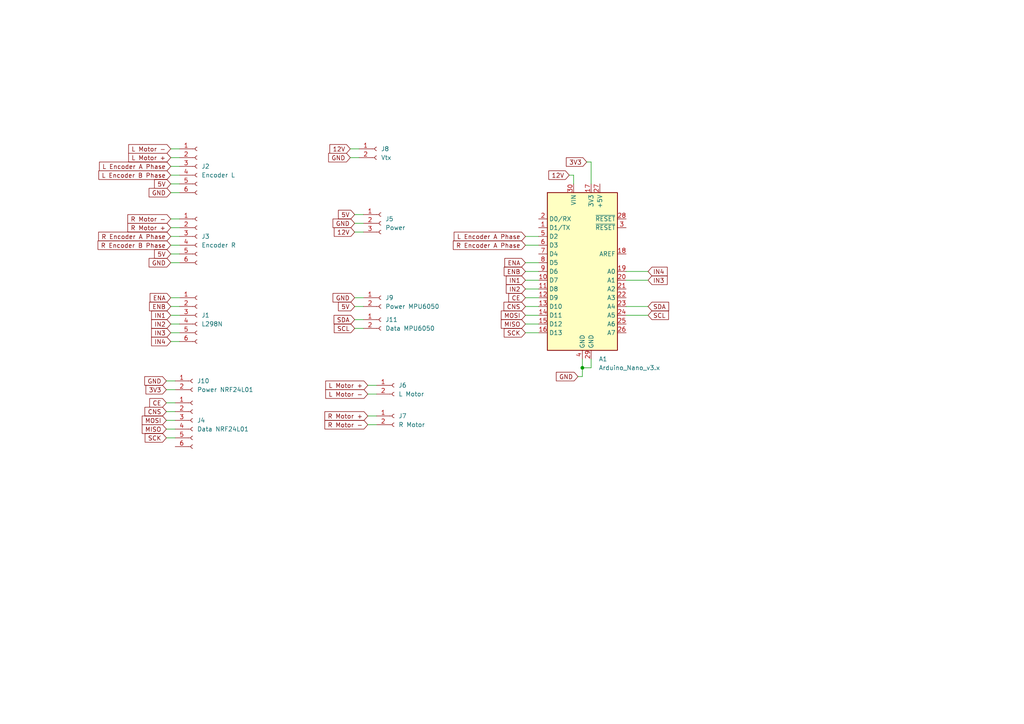
<source format=kicad_sch>
(kicad_sch
	(version 20231120)
	(generator "eeschema")
	(generator_version "8.0")
	(uuid "3e181d61-4792-47c8-b467-edd6e71eb5db")
	(paper "A4")
	(lib_symbols
		(symbol "Connector:Conn_01x02_Socket"
			(pin_names
				(offset 1.016) hide)
			(exclude_from_sim no)
			(in_bom yes)
			(on_board yes)
			(property "Reference" "J"
				(at 0 2.54 0)
				(effects
					(font
						(size 1.27 1.27)
					)
				)
			)
			(property "Value" "Conn_01x02_Socket"
				(at 0 -5.08 0)
				(effects
					(font
						(size 1.27 1.27)
					)
				)
			)
			(property "Footprint" ""
				(at 0 0 0)
				(effects
					(font
						(size 1.27 1.27)
					)
					(hide yes)
				)
			)
			(property "Datasheet" "~"
				(at 0 0 0)
				(effects
					(font
						(size 1.27 1.27)
					)
					(hide yes)
				)
			)
			(property "Description" "Generic connector, single row, 01x02, script generated"
				(at 0 0 0)
				(effects
					(font
						(size 1.27 1.27)
					)
					(hide yes)
				)
			)
			(property "ki_locked" ""
				(at 0 0 0)
				(effects
					(font
						(size 1.27 1.27)
					)
				)
			)
			(property "ki_keywords" "connector"
				(at 0 0 0)
				(effects
					(font
						(size 1.27 1.27)
					)
					(hide yes)
				)
			)
			(property "ki_fp_filters" "Connector*:*_1x??_*"
				(at 0 0 0)
				(effects
					(font
						(size 1.27 1.27)
					)
					(hide yes)
				)
			)
			(symbol "Conn_01x02_Socket_1_1"
				(arc
					(start 0 -2.032)
					(mid -0.5058 -2.54)
					(end 0 -3.048)
					(stroke
						(width 0.1524)
						(type default)
					)
					(fill
						(type none)
					)
				)
				(polyline
					(pts
						(xy -1.27 -2.54) (xy -0.508 -2.54)
					)
					(stroke
						(width 0.1524)
						(type default)
					)
					(fill
						(type none)
					)
				)
				(polyline
					(pts
						(xy -1.27 0) (xy -0.508 0)
					)
					(stroke
						(width 0.1524)
						(type default)
					)
					(fill
						(type none)
					)
				)
				(arc
					(start 0 0.508)
					(mid -0.5058 0)
					(end 0 -0.508)
					(stroke
						(width 0.1524)
						(type default)
					)
					(fill
						(type none)
					)
				)
				(pin passive line
					(at -5.08 0 0)
					(length 3.81)
					(name "Pin_1"
						(effects
							(font
								(size 1.27 1.27)
							)
						)
					)
					(number "1"
						(effects
							(font
								(size 1.27 1.27)
							)
						)
					)
				)
				(pin passive line
					(at -5.08 -2.54 0)
					(length 3.81)
					(name "Pin_2"
						(effects
							(font
								(size 1.27 1.27)
							)
						)
					)
					(number "2"
						(effects
							(font
								(size 1.27 1.27)
							)
						)
					)
				)
			)
		)
		(symbol "Connector:Conn_01x03_Socket"
			(pin_names
				(offset 1.016) hide)
			(exclude_from_sim no)
			(in_bom yes)
			(on_board yes)
			(property "Reference" "J"
				(at 0 5.08 0)
				(effects
					(font
						(size 1.27 1.27)
					)
				)
			)
			(property "Value" "Conn_01x03_Socket"
				(at 0 -5.08 0)
				(effects
					(font
						(size 1.27 1.27)
					)
				)
			)
			(property "Footprint" ""
				(at 0 0 0)
				(effects
					(font
						(size 1.27 1.27)
					)
					(hide yes)
				)
			)
			(property "Datasheet" "~"
				(at 0 0 0)
				(effects
					(font
						(size 1.27 1.27)
					)
					(hide yes)
				)
			)
			(property "Description" "Generic connector, single row, 01x03, script generated"
				(at 0 0 0)
				(effects
					(font
						(size 1.27 1.27)
					)
					(hide yes)
				)
			)
			(property "ki_locked" ""
				(at 0 0 0)
				(effects
					(font
						(size 1.27 1.27)
					)
				)
			)
			(property "ki_keywords" "connector"
				(at 0 0 0)
				(effects
					(font
						(size 1.27 1.27)
					)
					(hide yes)
				)
			)
			(property "ki_fp_filters" "Connector*:*_1x??_*"
				(at 0 0 0)
				(effects
					(font
						(size 1.27 1.27)
					)
					(hide yes)
				)
			)
			(symbol "Conn_01x03_Socket_1_1"
				(arc
					(start 0 -2.032)
					(mid -0.5058 -2.54)
					(end 0 -3.048)
					(stroke
						(width 0.1524)
						(type default)
					)
					(fill
						(type none)
					)
				)
				(polyline
					(pts
						(xy -1.27 -2.54) (xy -0.508 -2.54)
					)
					(stroke
						(width 0.1524)
						(type default)
					)
					(fill
						(type none)
					)
				)
				(polyline
					(pts
						(xy -1.27 0) (xy -0.508 0)
					)
					(stroke
						(width 0.1524)
						(type default)
					)
					(fill
						(type none)
					)
				)
				(polyline
					(pts
						(xy -1.27 2.54) (xy -0.508 2.54)
					)
					(stroke
						(width 0.1524)
						(type default)
					)
					(fill
						(type none)
					)
				)
				(arc
					(start 0 0.508)
					(mid -0.5058 0)
					(end 0 -0.508)
					(stroke
						(width 0.1524)
						(type default)
					)
					(fill
						(type none)
					)
				)
				(arc
					(start 0 3.048)
					(mid -0.5058 2.54)
					(end 0 2.032)
					(stroke
						(width 0.1524)
						(type default)
					)
					(fill
						(type none)
					)
				)
				(pin passive line
					(at -5.08 2.54 0)
					(length 3.81)
					(name "Pin_1"
						(effects
							(font
								(size 1.27 1.27)
							)
						)
					)
					(number "1"
						(effects
							(font
								(size 1.27 1.27)
							)
						)
					)
				)
				(pin passive line
					(at -5.08 0 0)
					(length 3.81)
					(name "Pin_2"
						(effects
							(font
								(size 1.27 1.27)
							)
						)
					)
					(number "2"
						(effects
							(font
								(size 1.27 1.27)
							)
						)
					)
				)
				(pin passive line
					(at -5.08 -2.54 0)
					(length 3.81)
					(name "Pin_3"
						(effects
							(font
								(size 1.27 1.27)
							)
						)
					)
					(number "3"
						(effects
							(font
								(size 1.27 1.27)
							)
						)
					)
				)
			)
		)
		(symbol "Connector:Conn_01x06_Socket"
			(pin_names
				(offset 1.016) hide)
			(exclude_from_sim no)
			(in_bom yes)
			(on_board yes)
			(property "Reference" "J"
				(at 0 7.62 0)
				(effects
					(font
						(size 1.27 1.27)
					)
				)
			)
			(property "Value" "Conn_01x06_Socket"
				(at 0 -10.16 0)
				(effects
					(font
						(size 1.27 1.27)
					)
				)
			)
			(property "Footprint" ""
				(at 0 0 0)
				(effects
					(font
						(size 1.27 1.27)
					)
					(hide yes)
				)
			)
			(property "Datasheet" "~"
				(at 0 0 0)
				(effects
					(font
						(size 1.27 1.27)
					)
					(hide yes)
				)
			)
			(property "Description" "Generic connector, single row, 01x06, script generated"
				(at 0 0 0)
				(effects
					(font
						(size 1.27 1.27)
					)
					(hide yes)
				)
			)
			(property "ki_locked" ""
				(at 0 0 0)
				(effects
					(font
						(size 1.27 1.27)
					)
				)
			)
			(property "ki_keywords" "connector"
				(at 0 0 0)
				(effects
					(font
						(size 1.27 1.27)
					)
					(hide yes)
				)
			)
			(property "ki_fp_filters" "Connector*:*_1x??_*"
				(at 0 0 0)
				(effects
					(font
						(size 1.27 1.27)
					)
					(hide yes)
				)
			)
			(symbol "Conn_01x06_Socket_1_1"
				(arc
					(start 0 -7.112)
					(mid -0.5058 -7.62)
					(end 0 -8.128)
					(stroke
						(width 0.1524)
						(type default)
					)
					(fill
						(type none)
					)
				)
				(arc
					(start 0 -4.572)
					(mid -0.5058 -5.08)
					(end 0 -5.588)
					(stroke
						(width 0.1524)
						(type default)
					)
					(fill
						(type none)
					)
				)
				(arc
					(start 0 -2.032)
					(mid -0.5058 -2.54)
					(end 0 -3.048)
					(stroke
						(width 0.1524)
						(type default)
					)
					(fill
						(type none)
					)
				)
				(polyline
					(pts
						(xy -1.27 -7.62) (xy -0.508 -7.62)
					)
					(stroke
						(width 0.1524)
						(type default)
					)
					(fill
						(type none)
					)
				)
				(polyline
					(pts
						(xy -1.27 -5.08) (xy -0.508 -5.08)
					)
					(stroke
						(width 0.1524)
						(type default)
					)
					(fill
						(type none)
					)
				)
				(polyline
					(pts
						(xy -1.27 -2.54) (xy -0.508 -2.54)
					)
					(stroke
						(width 0.1524)
						(type default)
					)
					(fill
						(type none)
					)
				)
				(polyline
					(pts
						(xy -1.27 0) (xy -0.508 0)
					)
					(stroke
						(width 0.1524)
						(type default)
					)
					(fill
						(type none)
					)
				)
				(polyline
					(pts
						(xy -1.27 2.54) (xy -0.508 2.54)
					)
					(stroke
						(width 0.1524)
						(type default)
					)
					(fill
						(type none)
					)
				)
				(polyline
					(pts
						(xy -1.27 5.08) (xy -0.508 5.08)
					)
					(stroke
						(width 0.1524)
						(type default)
					)
					(fill
						(type none)
					)
				)
				(arc
					(start 0 0.508)
					(mid -0.5058 0)
					(end 0 -0.508)
					(stroke
						(width 0.1524)
						(type default)
					)
					(fill
						(type none)
					)
				)
				(arc
					(start 0 3.048)
					(mid -0.5058 2.54)
					(end 0 2.032)
					(stroke
						(width 0.1524)
						(type default)
					)
					(fill
						(type none)
					)
				)
				(arc
					(start 0 5.588)
					(mid -0.5058 5.08)
					(end 0 4.572)
					(stroke
						(width 0.1524)
						(type default)
					)
					(fill
						(type none)
					)
				)
				(pin passive line
					(at -5.08 5.08 0)
					(length 3.81)
					(name "Pin_1"
						(effects
							(font
								(size 1.27 1.27)
							)
						)
					)
					(number "1"
						(effects
							(font
								(size 1.27 1.27)
							)
						)
					)
				)
				(pin passive line
					(at -5.08 2.54 0)
					(length 3.81)
					(name "Pin_2"
						(effects
							(font
								(size 1.27 1.27)
							)
						)
					)
					(number "2"
						(effects
							(font
								(size 1.27 1.27)
							)
						)
					)
				)
				(pin passive line
					(at -5.08 0 0)
					(length 3.81)
					(name "Pin_3"
						(effects
							(font
								(size 1.27 1.27)
							)
						)
					)
					(number "3"
						(effects
							(font
								(size 1.27 1.27)
							)
						)
					)
				)
				(pin passive line
					(at -5.08 -2.54 0)
					(length 3.81)
					(name "Pin_4"
						(effects
							(font
								(size 1.27 1.27)
							)
						)
					)
					(number "4"
						(effects
							(font
								(size 1.27 1.27)
							)
						)
					)
				)
				(pin passive line
					(at -5.08 -5.08 0)
					(length 3.81)
					(name "Pin_5"
						(effects
							(font
								(size 1.27 1.27)
							)
						)
					)
					(number "5"
						(effects
							(font
								(size 1.27 1.27)
							)
						)
					)
				)
				(pin passive line
					(at -5.08 -7.62 0)
					(length 3.81)
					(name "Pin_6"
						(effects
							(font
								(size 1.27 1.27)
							)
						)
					)
					(number "6"
						(effects
							(font
								(size 1.27 1.27)
							)
						)
					)
				)
			)
		)
		(symbol "MCU_Module:Arduino_Nano_v3.x"
			(exclude_from_sim no)
			(in_bom yes)
			(on_board yes)
			(property "Reference" "A"
				(at -10.16 23.495 0)
				(effects
					(font
						(size 1.27 1.27)
					)
					(justify left bottom)
				)
			)
			(property "Value" "Arduino_Nano_v3.x"
				(at 5.08 -24.13 0)
				(effects
					(font
						(size 1.27 1.27)
					)
					(justify left top)
				)
			)
			(property "Footprint" "Module:Arduino_Nano"
				(at 0 0 0)
				(effects
					(font
						(size 1.27 1.27)
						(italic yes)
					)
					(hide yes)
				)
			)
			(property "Datasheet" "http://www.mouser.com/pdfdocs/Gravitech_Arduino_Nano3_0.pdf"
				(at 0 0 0)
				(effects
					(font
						(size 1.27 1.27)
					)
					(hide yes)
				)
			)
			(property "Description" "Arduino Nano v3.x"
				(at 0 0 0)
				(effects
					(font
						(size 1.27 1.27)
					)
					(hide yes)
				)
			)
			(property "ki_keywords" "Arduino nano microcontroller module USB"
				(at 0 0 0)
				(effects
					(font
						(size 1.27 1.27)
					)
					(hide yes)
				)
			)
			(property "ki_fp_filters" "Arduino*Nano*"
				(at 0 0 0)
				(effects
					(font
						(size 1.27 1.27)
					)
					(hide yes)
				)
			)
			(symbol "Arduino_Nano_v3.x_0_1"
				(rectangle
					(start -10.16 22.86)
					(end 10.16 -22.86)
					(stroke
						(width 0.254)
						(type default)
					)
					(fill
						(type background)
					)
				)
			)
			(symbol "Arduino_Nano_v3.x_1_1"
				(pin bidirectional line
					(at -12.7 12.7 0)
					(length 2.54)
					(name "D1/TX"
						(effects
							(font
								(size 1.27 1.27)
							)
						)
					)
					(number "1"
						(effects
							(font
								(size 1.27 1.27)
							)
						)
					)
				)
				(pin bidirectional line
					(at -12.7 -2.54 0)
					(length 2.54)
					(name "D7"
						(effects
							(font
								(size 1.27 1.27)
							)
						)
					)
					(number "10"
						(effects
							(font
								(size 1.27 1.27)
							)
						)
					)
				)
				(pin bidirectional line
					(at -12.7 -5.08 0)
					(length 2.54)
					(name "D8"
						(effects
							(font
								(size 1.27 1.27)
							)
						)
					)
					(number "11"
						(effects
							(font
								(size 1.27 1.27)
							)
						)
					)
				)
				(pin bidirectional line
					(at -12.7 -7.62 0)
					(length 2.54)
					(name "D9"
						(effects
							(font
								(size 1.27 1.27)
							)
						)
					)
					(number "12"
						(effects
							(font
								(size 1.27 1.27)
							)
						)
					)
				)
				(pin bidirectional line
					(at -12.7 -10.16 0)
					(length 2.54)
					(name "D10"
						(effects
							(font
								(size 1.27 1.27)
							)
						)
					)
					(number "13"
						(effects
							(font
								(size 1.27 1.27)
							)
						)
					)
				)
				(pin bidirectional line
					(at -12.7 -12.7 0)
					(length 2.54)
					(name "D11"
						(effects
							(font
								(size 1.27 1.27)
							)
						)
					)
					(number "14"
						(effects
							(font
								(size 1.27 1.27)
							)
						)
					)
				)
				(pin bidirectional line
					(at -12.7 -15.24 0)
					(length 2.54)
					(name "D12"
						(effects
							(font
								(size 1.27 1.27)
							)
						)
					)
					(number "15"
						(effects
							(font
								(size 1.27 1.27)
							)
						)
					)
				)
				(pin bidirectional line
					(at -12.7 -17.78 0)
					(length 2.54)
					(name "D13"
						(effects
							(font
								(size 1.27 1.27)
							)
						)
					)
					(number "16"
						(effects
							(font
								(size 1.27 1.27)
							)
						)
					)
				)
				(pin power_out line
					(at 2.54 25.4 270)
					(length 2.54)
					(name "3V3"
						(effects
							(font
								(size 1.27 1.27)
							)
						)
					)
					(number "17"
						(effects
							(font
								(size 1.27 1.27)
							)
						)
					)
				)
				(pin input line
					(at 12.7 5.08 180)
					(length 2.54)
					(name "AREF"
						(effects
							(font
								(size 1.27 1.27)
							)
						)
					)
					(number "18"
						(effects
							(font
								(size 1.27 1.27)
							)
						)
					)
				)
				(pin bidirectional line
					(at 12.7 0 180)
					(length 2.54)
					(name "A0"
						(effects
							(font
								(size 1.27 1.27)
							)
						)
					)
					(number "19"
						(effects
							(font
								(size 1.27 1.27)
							)
						)
					)
				)
				(pin bidirectional line
					(at -12.7 15.24 0)
					(length 2.54)
					(name "D0/RX"
						(effects
							(font
								(size 1.27 1.27)
							)
						)
					)
					(number "2"
						(effects
							(font
								(size 1.27 1.27)
							)
						)
					)
				)
				(pin bidirectional line
					(at 12.7 -2.54 180)
					(length 2.54)
					(name "A1"
						(effects
							(font
								(size 1.27 1.27)
							)
						)
					)
					(number "20"
						(effects
							(font
								(size 1.27 1.27)
							)
						)
					)
				)
				(pin bidirectional line
					(at 12.7 -5.08 180)
					(length 2.54)
					(name "A2"
						(effects
							(font
								(size 1.27 1.27)
							)
						)
					)
					(number "21"
						(effects
							(font
								(size 1.27 1.27)
							)
						)
					)
				)
				(pin bidirectional line
					(at 12.7 -7.62 180)
					(length 2.54)
					(name "A3"
						(effects
							(font
								(size 1.27 1.27)
							)
						)
					)
					(number "22"
						(effects
							(font
								(size 1.27 1.27)
							)
						)
					)
				)
				(pin bidirectional line
					(at 12.7 -10.16 180)
					(length 2.54)
					(name "A4"
						(effects
							(font
								(size 1.27 1.27)
							)
						)
					)
					(number "23"
						(effects
							(font
								(size 1.27 1.27)
							)
						)
					)
				)
				(pin bidirectional line
					(at 12.7 -12.7 180)
					(length 2.54)
					(name "A5"
						(effects
							(font
								(size 1.27 1.27)
							)
						)
					)
					(number "24"
						(effects
							(font
								(size 1.27 1.27)
							)
						)
					)
				)
				(pin bidirectional line
					(at 12.7 -15.24 180)
					(length 2.54)
					(name "A6"
						(effects
							(font
								(size 1.27 1.27)
							)
						)
					)
					(number "25"
						(effects
							(font
								(size 1.27 1.27)
							)
						)
					)
				)
				(pin bidirectional line
					(at 12.7 -17.78 180)
					(length 2.54)
					(name "A7"
						(effects
							(font
								(size 1.27 1.27)
							)
						)
					)
					(number "26"
						(effects
							(font
								(size 1.27 1.27)
							)
						)
					)
				)
				(pin power_out line
					(at 5.08 25.4 270)
					(length 2.54)
					(name "+5V"
						(effects
							(font
								(size 1.27 1.27)
							)
						)
					)
					(number "27"
						(effects
							(font
								(size 1.27 1.27)
							)
						)
					)
				)
				(pin input line
					(at 12.7 15.24 180)
					(length 2.54)
					(name "~{RESET}"
						(effects
							(font
								(size 1.27 1.27)
							)
						)
					)
					(number "28"
						(effects
							(font
								(size 1.27 1.27)
							)
						)
					)
				)
				(pin power_in line
					(at 2.54 -25.4 90)
					(length 2.54)
					(name "GND"
						(effects
							(font
								(size 1.27 1.27)
							)
						)
					)
					(number "29"
						(effects
							(font
								(size 1.27 1.27)
							)
						)
					)
				)
				(pin input line
					(at 12.7 12.7 180)
					(length 2.54)
					(name "~{RESET}"
						(effects
							(font
								(size 1.27 1.27)
							)
						)
					)
					(number "3"
						(effects
							(font
								(size 1.27 1.27)
							)
						)
					)
				)
				(pin power_in line
					(at -2.54 25.4 270)
					(length 2.54)
					(name "VIN"
						(effects
							(font
								(size 1.27 1.27)
							)
						)
					)
					(number "30"
						(effects
							(font
								(size 1.27 1.27)
							)
						)
					)
				)
				(pin power_in line
					(at 0 -25.4 90)
					(length 2.54)
					(name "GND"
						(effects
							(font
								(size 1.27 1.27)
							)
						)
					)
					(number "4"
						(effects
							(font
								(size 1.27 1.27)
							)
						)
					)
				)
				(pin bidirectional line
					(at -12.7 10.16 0)
					(length 2.54)
					(name "D2"
						(effects
							(font
								(size 1.27 1.27)
							)
						)
					)
					(number "5"
						(effects
							(font
								(size 1.27 1.27)
							)
						)
					)
				)
				(pin bidirectional line
					(at -12.7 7.62 0)
					(length 2.54)
					(name "D3"
						(effects
							(font
								(size 1.27 1.27)
							)
						)
					)
					(number "6"
						(effects
							(font
								(size 1.27 1.27)
							)
						)
					)
				)
				(pin bidirectional line
					(at -12.7 5.08 0)
					(length 2.54)
					(name "D4"
						(effects
							(font
								(size 1.27 1.27)
							)
						)
					)
					(number "7"
						(effects
							(font
								(size 1.27 1.27)
							)
						)
					)
				)
				(pin bidirectional line
					(at -12.7 2.54 0)
					(length 2.54)
					(name "D5"
						(effects
							(font
								(size 1.27 1.27)
							)
						)
					)
					(number "8"
						(effects
							(font
								(size 1.27 1.27)
							)
						)
					)
				)
				(pin bidirectional line
					(at -12.7 0 0)
					(length 2.54)
					(name "D6"
						(effects
							(font
								(size 1.27 1.27)
							)
						)
					)
					(number "9"
						(effects
							(font
								(size 1.27 1.27)
							)
						)
					)
				)
			)
		)
	)
	(junction
		(at 168.91 106.68)
		(diameter 0)
		(color 0 0 0 0)
		(uuid "0077672c-5213-415f-9841-72bf1246975a")
	)
	(wire
		(pts
			(xy 152.4 88.9) (xy 156.21 88.9)
		)
		(stroke
			(width 0)
			(type default)
		)
		(uuid "0462c3c4-91fd-42ba-9656-2aee2914bb09")
	)
	(wire
		(pts
			(xy 152.4 68.58) (xy 156.21 68.58)
		)
		(stroke
			(width 0)
			(type default)
		)
		(uuid "062d778f-f076-42fe-b391-26898d9e5381")
	)
	(wire
		(pts
			(xy 167.64 109.22) (xy 168.91 109.22)
		)
		(stroke
			(width 0)
			(type default)
		)
		(uuid "088f3764-dc68-467e-ad36-aa7598335085")
	)
	(wire
		(pts
			(xy 48.26 121.92) (xy 50.8 121.92)
		)
		(stroke
			(width 0)
			(type default)
		)
		(uuid "094e3053-229a-41cd-ae12-c05b03530b33")
	)
	(wire
		(pts
			(xy 170.18 46.99) (xy 171.45 46.99)
		)
		(stroke
			(width 0)
			(type default)
		)
		(uuid "11955dfb-bbe7-4306-9049-d27bf9fd6601")
	)
	(wire
		(pts
			(xy 152.4 83.82) (xy 156.21 83.82)
		)
		(stroke
			(width 0)
			(type default)
		)
		(uuid "12a46c17-31aa-4051-8fa7-5cab68092597")
	)
	(wire
		(pts
			(xy 49.53 48.26) (xy 52.07 48.26)
		)
		(stroke
			(width 0)
			(type default)
		)
		(uuid "1350207c-7c26-42cf-9ac1-4dbaae647253")
	)
	(wire
		(pts
			(xy 48.26 124.46) (xy 50.8 124.46)
		)
		(stroke
			(width 0)
			(type default)
		)
		(uuid "15548a13-2ed8-4a3f-94c4-b73bd5badd27")
	)
	(wire
		(pts
			(xy 152.4 76.2) (xy 156.21 76.2)
		)
		(stroke
			(width 0)
			(type default)
		)
		(uuid "16d29b60-9c52-4ee2-b7ca-10d119a6e197")
	)
	(wire
		(pts
			(xy 49.53 71.12) (xy 52.07 71.12)
		)
		(stroke
			(width 0)
			(type default)
		)
		(uuid "189027c4-9c51-4814-a763-f68a8c4e4ed0")
	)
	(wire
		(pts
			(xy 168.91 106.68) (xy 168.91 109.22)
		)
		(stroke
			(width 0)
			(type default)
		)
		(uuid "24c25703-da6a-4b63-9c77-e3c4c54f2dc3")
	)
	(wire
		(pts
			(xy 48.26 113.03) (xy 50.8 113.03)
		)
		(stroke
			(width 0)
			(type default)
		)
		(uuid "26860114-6e3f-4cf9-ae9a-b9da2b2d9b66")
	)
	(wire
		(pts
			(xy 165.1 50.8) (xy 166.37 50.8)
		)
		(stroke
			(width 0)
			(type default)
		)
		(uuid "2bb1f05b-47c4-404f-8da8-96b575a21c3d")
	)
	(wire
		(pts
			(xy 102.87 62.23) (xy 105.41 62.23)
		)
		(stroke
			(width 0)
			(type default)
		)
		(uuid "2d962fe4-f372-44b5-a6f5-e65b81accfcc")
	)
	(wire
		(pts
			(xy 102.87 92.71) (xy 105.41 92.71)
		)
		(stroke
			(width 0)
			(type default)
		)
		(uuid "3502a4de-da46-476d-9c3a-d84c7568362a")
	)
	(wire
		(pts
			(xy 102.87 88.9) (xy 105.41 88.9)
		)
		(stroke
			(width 0)
			(type default)
		)
		(uuid "3607a4c1-e3c2-4e0c-a5af-6f20a32bd736")
	)
	(wire
		(pts
			(xy 49.53 63.5) (xy 52.07 63.5)
		)
		(stroke
			(width 0)
			(type default)
		)
		(uuid "37a0dd4e-dff3-4bf8-8ad2-dfcac2e0e1dc")
	)
	(wire
		(pts
			(xy 48.26 110.49) (xy 50.8 110.49)
		)
		(stroke
			(width 0)
			(type default)
		)
		(uuid "39a9dff1-f056-4e11-aa07-d5e3c8634bce")
	)
	(wire
		(pts
			(xy 152.4 86.36) (xy 156.21 86.36)
		)
		(stroke
			(width 0)
			(type default)
		)
		(uuid "3b084ed9-36b6-4305-90a0-1a7295eda8ef")
	)
	(wire
		(pts
			(xy 181.61 78.74) (xy 187.96 78.74)
		)
		(stroke
			(width 0)
			(type default)
		)
		(uuid "3c48ad79-a6ce-468b-b3df-0cf553965c1d")
	)
	(wire
		(pts
			(xy 152.4 81.28) (xy 156.21 81.28)
		)
		(stroke
			(width 0)
			(type default)
		)
		(uuid "3ff7539c-5f7b-4c0e-b5d1-9e3f7068028e")
	)
	(wire
		(pts
			(xy 152.4 96.52) (xy 156.21 96.52)
		)
		(stroke
			(width 0)
			(type default)
		)
		(uuid "41e1b93b-5b5e-47ef-8d0c-12abe9444dcd")
	)
	(wire
		(pts
			(xy 49.53 88.9) (xy 52.07 88.9)
		)
		(stroke
			(width 0)
			(type default)
		)
		(uuid "462afa87-bf4a-4634-9ec8-ee7986f80572")
	)
	(wire
		(pts
			(xy 49.53 43.18) (xy 52.07 43.18)
		)
		(stroke
			(width 0)
			(type default)
		)
		(uuid "46d25084-752e-4ca5-b8bc-600e1256bd0f")
	)
	(wire
		(pts
			(xy 181.61 88.9) (xy 187.96 88.9)
		)
		(stroke
			(width 0)
			(type default)
		)
		(uuid "4985157a-74a9-42d9-bdae-dfda0305576c")
	)
	(wire
		(pts
			(xy 106.68 111.76) (xy 109.22 111.76)
		)
		(stroke
			(width 0)
			(type default)
		)
		(uuid "4e1817c3-597d-4733-8e4b-52ddf56c8ece")
	)
	(wire
		(pts
			(xy 106.68 114.3) (xy 109.22 114.3)
		)
		(stroke
			(width 0)
			(type default)
		)
		(uuid "4ebc88a6-ef6e-4122-810f-113c2b5fbd07")
	)
	(wire
		(pts
			(xy 171.45 106.68) (xy 168.91 106.68)
		)
		(stroke
			(width 0)
			(type default)
		)
		(uuid "58864dfa-e06b-4bc9-be61-8f15ce8155f8")
	)
	(wire
		(pts
			(xy 48.26 127) (xy 50.8 127)
		)
		(stroke
			(width 0)
			(type default)
		)
		(uuid "60aa4360-0e6a-4f61-b5b8-c975d6430168")
	)
	(wire
		(pts
			(xy 106.68 123.19) (xy 109.22 123.19)
		)
		(stroke
			(width 0)
			(type default)
		)
		(uuid "6320896a-f901-479e-af52-ecc6a59494d9")
	)
	(wire
		(pts
			(xy 171.45 46.99) (xy 171.45 53.34)
		)
		(stroke
			(width 0)
			(type default)
		)
		(uuid "64b8b599-cff2-4db2-8acc-3228a5806297")
	)
	(wire
		(pts
			(xy 152.4 78.74) (xy 156.21 78.74)
		)
		(stroke
			(width 0)
			(type default)
		)
		(uuid "6526cd9c-f475-40c2-80bc-214f8073d924")
	)
	(wire
		(pts
			(xy 171.45 104.14) (xy 171.45 106.68)
		)
		(stroke
			(width 0)
			(type default)
		)
		(uuid "6a732a68-49a6-4b1c-8051-87f71c67a957")
	)
	(wire
		(pts
			(xy 48.26 116.84) (xy 50.8 116.84)
		)
		(stroke
			(width 0)
			(type default)
		)
		(uuid "76cc2dee-93d1-46e6-bea8-9a09cbe55c9b")
	)
	(wire
		(pts
			(xy 49.53 76.2) (xy 52.07 76.2)
		)
		(stroke
			(width 0)
			(type default)
		)
		(uuid "78558955-bdc7-41f7-b726-e4d51a8306d0")
	)
	(wire
		(pts
			(xy 181.61 81.28) (xy 187.96 81.28)
		)
		(stroke
			(width 0)
			(type default)
		)
		(uuid "7b87135e-a75b-4532-84e3-70b9f62fd147")
	)
	(wire
		(pts
			(xy 49.53 99.06) (xy 52.07 99.06)
		)
		(stroke
			(width 0)
			(type default)
		)
		(uuid "7d3a4e7a-fd1e-4611-826d-5dbb1d0e3726")
	)
	(wire
		(pts
			(xy 181.61 91.44) (xy 187.96 91.44)
		)
		(stroke
			(width 0)
			(type default)
		)
		(uuid "812ab099-3422-4a1b-8b19-e00d2c219079")
	)
	(wire
		(pts
			(xy 49.53 96.52) (xy 52.07 96.52)
		)
		(stroke
			(width 0)
			(type default)
		)
		(uuid "84cb59ee-71f4-4f03-b9fb-c5e05a520e9e")
	)
	(wire
		(pts
			(xy 102.87 86.36) (xy 105.41 86.36)
		)
		(stroke
			(width 0)
			(type default)
		)
		(uuid "87b0aef1-8b94-4f84-a529-d2700b227f36")
	)
	(wire
		(pts
			(xy 49.53 53.34) (xy 52.07 53.34)
		)
		(stroke
			(width 0)
			(type default)
		)
		(uuid "87f2f019-6ac6-41d7-a61a-95ae57699397")
	)
	(wire
		(pts
			(xy 106.68 120.65) (xy 109.22 120.65)
		)
		(stroke
			(width 0)
			(type default)
		)
		(uuid "9913f919-36c1-4da4-b727-7b6b8e59d40a")
	)
	(wire
		(pts
			(xy 168.91 104.14) (xy 168.91 106.68)
		)
		(stroke
			(width 0)
			(type default)
		)
		(uuid "9c1b77a5-2c25-4bae-af4a-00c83f7ebf45")
	)
	(wire
		(pts
			(xy 48.26 119.38) (xy 50.8 119.38)
		)
		(stroke
			(width 0)
			(type default)
		)
		(uuid "9c5225c5-4e7a-40ea-841d-f6bb4befa6ab")
	)
	(wire
		(pts
			(xy 49.53 55.88) (xy 52.07 55.88)
		)
		(stroke
			(width 0)
			(type default)
		)
		(uuid "a21a8fa0-e413-434c-9a9b-af86731571df")
	)
	(wire
		(pts
			(xy 49.53 66.04) (xy 52.07 66.04)
		)
		(stroke
			(width 0)
			(type default)
		)
		(uuid "a8e2f4bb-7ec4-46eb-8ca6-15f2d7baa407")
	)
	(wire
		(pts
			(xy 49.53 45.72) (xy 52.07 45.72)
		)
		(stroke
			(width 0)
			(type default)
		)
		(uuid "abfc5ba3-4e62-4aee-8144-f262e0461eb4")
	)
	(wire
		(pts
			(xy 166.37 50.8) (xy 166.37 53.34)
		)
		(stroke
			(width 0)
			(type default)
		)
		(uuid "aca98f55-fa7d-4eb5-8200-16cc5cbc0d95")
	)
	(wire
		(pts
			(xy 101.6 43.18) (xy 104.14 43.18)
		)
		(stroke
			(width 0)
			(type default)
		)
		(uuid "ad1bde3c-c0fd-4419-ae27-05e2e592b2a0")
	)
	(wire
		(pts
			(xy 49.53 93.98) (xy 52.07 93.98)
		)
		(stroke
			(width 0)
			(type default)
		)
		(uuid "b805df4a-c1a4-4a65-986e-a62123e8d563")
	)
	(wire
		(pts
			(xy 49.53 50.8) (xy 52.07 50.8)
		)
		(stroke
			(width 0)
			(type default)
		)
		(uuid "ba7c4ba4-6ccb-4d9a-ac42-9a396297b4ad")
	)
	(wire
		(pts
			(xy 152.4 71.12) (xy 156.21 71.12)
		)
		(stroke
			(width 0)
			(type default)
		)
		(uuid "bedc56c9-ffd7-4551-b9f6-ddf0ea28d028")
	)
	(wire
		(pts
			(xy 102.87 67.31) (xy 105.41 67.31)
		)
		(stroke
			(width 0)
			(type default)
		)
		(uuid "ca4460a5-957c-46ae-8488-02ed6462a715")
	)
	(wire
		(pts
			(xy 102.87 64.77) (xy 105.41 64.77)
		)
		(stroke
			(width 0)
			(type default)
		)
		(uuid "cde3c165-9802-44d0-9815-f7de23b070cb")
	)
	(wire
		(pts
			(xy 49.53 68.58) (xy 52.07 68.58)
		)
		(stroke
			(width 0)
			(type default)
		)
		(uuid "cfbc522f-51a2-4055-9e2e-1e5f98aab72f")
	)
	(wire
		(pts
			(xy 152.4 93.98) (xy 156.21 93.98)
		)
		(stroke
			(width 0)
			(type default)
		)
		(uuid "d99a1051-a8a2-4179-b165-68e980eb00c3")
	)
	(wire
		(pts
			(xy 101.6 45.72) (xy 104.14 45.72)
		)
		(stroke
			(width 0)
			(type default)
		)
		(uuid "db68bb0e-e681-407f-be79-8caff322dcab")
	)
	(wire
		(pts
			(xy 152.4 91.44) (xy 156.21 91.44)
		)
		(stroke
			(width 0)
			(type default)
		)
		(uuid "e2858c0d-2802-4b67-997c-ece5349a7fda")
	)
	(wire
		(pts
			(xy 102.87 95.25) (xy 105.41 95.25)
		)
		(stroke
			(width 0)
			(type default)
		)
		(uuid "f04d467e-16c0-47ac-b5f1-c0ce26efd330")
	)
	(wire
		(pts
			(xy 49.53 73.66) (xy 52.07 73.66)
		)
		(stroke
			(width 0)
			(type default)
		)
		(uuid "f0cd73e5-8651-43ef-a007-107b504425ee")
	)
	(wire
		(pts
			(xy 49.53 86.36) (xy 52.07 86.36)
		)
		(stroke
			(width 0)
			(type default)
		)
		(uuid "fb6aff85-e968-4df1-af95-1e3757fbfefe")
	)
	(wire
		(pts
			(xy 49.53 91.44) (xy 52.07 91.44)
		)
		(stroke
			(width 0)
			(type default)
		)
		(uuid "fdebc0c5-273b-4bc9-9e78-89fcaafa8c73")
	)
	(global_label "MOSI"
		(shape input)
		(at 48.26 121.92 180)
		(fields_autoplaced yes)
		(effects
			(font
				(size 1.27 1.27)
			)
			(justify right)
		)
		(uuid "03cc25a8-53d3-47f7-9b07-ff9978f1e624")
		(property "Intersheetrefs" "${INTERSHEET_REFS}"
			(at 40.6786 121.92 0)
			(effects
				(font
					(size 1.27 1.27)
				)
				(justify right)
				(hide yes)
			)
		)
	)
	(global_label "L Motor -"
		(shape input)
		(at 49.53 43.18 180)
		(fields_autoplaced yes)
		(effects
			(font
				(size 1.27 1.27)
			)
			(justify right)
		)
		(uuid "040176d5-936e-4de1-ab27-8ce4d6805c5c")
		(property "Intersheetrefs" "${INTERSHEET_REFS}"
			(at 36.7478 43.18 0)
			(effects
				(font
					(size 1.27 1.27)
				)
				(justify right)
				(hide yes)
			)
		)
	)
	(global_label "SDA"
		(shape input)
		(at 187.96 88.9 0)
		(fields_autoplaced yes)
		(effects
			(font
				(size 1.27 1.27)
			)
			(justify left)
		)
		(uuid "0f4882c1-76b9-4d5b-bd6a-847ce5c61417")
		(property "Intersheetrefs" "${INTERSHEET_REFS}"
			(at 194.5133 88.9 0)
			(effects
				(font
					(size 1.27 1.27)
				)
				(justify left)
				(hide yes)
			)
		)
	)
	(global_label "3V3"
		(shape input)
		(at 48.26 113.03 180)
		(fields_autoplaced yes)
		(effects
			(font
				(size 1.27 1.27)
			)
			(justify right)
		)
		(uuid "14033dac-f5d1-416e-8343-35b07d2ea9e6")
		(property "Intersheetrefs" "${INTERSHEET_REFS}"
			(at 41.7672 113.03 0)
			(effects
				(font
					(size 1.27 1.27)
				)
				(justify right)
				(hide yes)
			)
		)
	)
	(global_label "CE"
		(shape input)
		(at 152.4 86.36 180)
		(fields_autoplaced yes)
		(effects
			(font
				(size 1.27 1.27)
			)
			(justify right)
		)
		(uuid "1537d778-d6bc-4016-843f-1044b2745c2e")
		(property "Intersheetrefs" "${INTERSHEET_REFS}"
			(at 146.9958 86.36 0)
			(effects
				(font
					(size 1.27 1.27)
				)
				(justify right)
				(hide yes)
			)
		)
	)
	(global_label "CNS"
		(shape input)
		(at 48.26 119.38 180)
		(fields_autoplaced yes)
		(effects
			(font
				(size 1.27 1.27)
			)
			(justify right)
		)
		(uuid "185f08c0-bca2-49cc-9ae3-45ae54048f19")
		(property "Intersheetrefs" "${INTERSHEET_REFS}"
			(at 41.4648 119.38 0)
			(effects
				(font
					(size 1.27 1.27)
				)
				(justify right)
				(hide yes)
			)
		)
	)
	(global_label "IN4"
		(shape input)
		(at 187.96 78.74 0)
		(fields_autoplaced yes)
		(effects
			(font
				(size 1.27 1.27)
			)
			(justify left)
		)
		(uuid "1b0c648b-1456-4858-9d76-bdf49374ae49")
		(property "Intersheetrefs" "${INTERSHEET_REFS}"
			(at 194.09 78.74 0)
			(effects
				(font
					(size 1.27 1.27)
				)
				(justify left)
				(hide yes)
			)
		)
	)
	(global_label "CNS"
		(shape input)
		(at 152.4 88.9 180)
		(fields_autoplaced yes)
		(effects
			(font
				(size 1.27 1.27)
			)
			(justify right)
		)
		(uuid "20577722-af40-4c2d-8b01-586c1047e295")
		(property "Intersheetrefs" "${INTERSHEET_REFS}"
			(at 145.6048 88.9 0)
			(effects
				(font
					(size 1.27 1.27)
				)
				(justify right)
				(hide yes)
			)
		)
	)
	(global_label "12V"
		(shape input)
		(at 165.1 50.8 180)
		(fields_autoplaced yes)
		(effects
			(font
				(size 1.27 1.27)
			)
			(justify right)
		)
		(uuid "2332a1d1-811b-4f75-9a04-8c375083dc30")
		(property "Intersheetrefs" "${INTERSHEET_REFS}"
			(at 158.6072 50.8 0)
			(effects
				(font
					(size 1.27 1.27)
				)
				(justify right)
				(hide yes)
			)
		)
	)
	(global_label "GND"
		(shape input)
		(at 49.53 76.2 180)
		(fields_autoplaced yes)
		(effects
			(font
				(size 1.27 1.27)
			)
			(justify right)
		)
		(uuid "259673b0-0679-4462-861d-f2687e47eb27")
		(property "Intersheetrefs" "${INTERSHEET_REFS}"
			(at 42.6743 76.2 0)
			(effects
				(font
					(size 1.27 1.27)
				)
				(justify right)
				(hide yes)
			)
		)
	)
	(global_label "ENA"
		(shape input)
		(at 49.53 86.36 180)
		(fields_autoplaced yes)
		(effects
			(font
				(size 1.27 1.27)
			)
			(justify right)
		)
		(uuid "2a037b50-1107-46ad-a356-e456fbbacb6a")
		(property "Intersheetrefs" "${INTERSHEET_REFS}"
			(at 42.9767 86.36 0)
			(effects
				(font
					(size 1.27 1.27)
				)
				(justify right)
				(hide yes)
			)
		)
	)
	(global_label "ENB"
		(shape input)
		(at 152.4 78.74 180)
		(fields_autoplaced yes)
		(effects
			(font
				(size 1.27 1.27)
			)
			(justify right)
		)
		(uuid "2eeedb15-6ffb-4132-964b-a3472d1f2b96")
		(property "Intersheetrefs" "${INTERSHEET_REFS}"
			(at 145.6653 78.74 0)
			(effects
				(font
					(size 1.27 1.27)
				)
				(justify right)
				(hide yes)
			)
		)
	)
	(global_label "SCK"
		(shape input)
		(at 48.26 127 180)
		(fields_autoplaced yes)
		(effects
			(font
				(size 1.27 1.27)
			)
			(justify right)
		)
		(uuid "2f0fef16-e5db-483b-9683-166ec3320d16")
		(property "Intersheetrefs" "${INTERSHEET_REFS}"
			(at 41.5253 127 0)
			(effects
				(font
					(size 1.27 1.27)
				)
				(justify right)
				(hide yes)
			)
		)
	)
	(global_label "12V"
		(shape input)
		(at 101.6 43.18 180)
		(fields_autoplaced yes)
		(effects
			(font
				(size 1.27 1.27)
			)
			(justify right)
		)
		(uuid "395a862d-7065-4809-b37c-689f8d4bcae0")
		(property "Intersheetrefs" "${INTERSHEET_REFS}"
			(at 95.1072 43.18 0)
			(effects
				(font
					(size 1.27 1.27)
				)
				(justify right)
				(hide yes)
			)
		)
	)
	(global_label "ENB"
		(shape input)
		(at 49.53 88.9 180)
		(fields_autoplaced yes)
		(effects
			(font
				(size 1.27 1.27)
			)
			(justify right)
		)
		(uuid "41811cb3-0541-45da-81dd-52807b322966")
		(property "Intersheetrefs" "${INTERSHEET_REFS}"
			(at 42.7953 88.9 0)
			(effects
				(font
					(size 1.27 1.27)
				)
				(justify right)
				(hide yes)
			)
		)
	)
	(global_label "MOSI"
		(shape input)
		(at 152.4 91.44 180)
		(fields_autoplaced yes)
		(effects
			(font
				(size 1.27 1.27)
			)
			(justify right)
		)
		(uuid "43fbf196-3bd0-4088-a7e5-6551d93a1779")
		(property "Intersheetrefs" "${INTERSHEET_REFS}"
			(at 144.8186 91.44 0)
			(effects
				(font
					(size 1.27 1.27)
				)
				(justify right)
				(hide yes)
			)
		)
	)
	(global_label "GND"
		(shape input)
		(at 49.53 55.88 180)
		(fields_autoplaced yes)
		(effects
			(font
				(size 1.27 1.27)
			)
			(justify right)
		)
		(uuid "4c127c6f-204b-4b6c-965f-8e4e1c289229")
		(property "Intersheetrefs" "${INTERSHEET_REFS}"
			(at 42.6743 55.88 0)
			(effects
				(font
					(size 1.27 1.27)
				)
				(justify right)
				(hide yes)
			)
		)
	)
	(global_label "GND"
		(shape input)
		(at 102.87 86.36 180)
		(fields_autoplaced yes)
		(effects
			(font
				(size 1.27 1.27)
			)
			(justify right)
		)
		(uuid "4eab4bfd-f5ce-4926-a1d6-e139a133d6be")
		(property "Intersheetrefs" "${INTERSHEET_REFS}"
			(at 96.0143 86.36 0)
			(effects
				(font
					(size 1.27 1.27)
				)
				(justify right)
				(hide yes)
			)
		)
	)
	(global_label "R Motor -"
		(shape input)
		(at 106.68 123.19 180)
		(fields_autoplaced yes)
		(effects
			(font
				(size 1.27 1.27)
			)
			(justify right)
		)
		(uuid "5146ee87-7576-42c4-8c79-8527411581eb")
		(property "Intersheetrefs" "${INTERSHEET_REFS}"
			(at 93.6559 123.19 0)
			(effects
				(font
					(size 1.27 1.27)
				)
				(justify right)
				(hide yes)
			)
		)
	)
	(global_label "ENA"
		(shape input)
		(at 152.4 76.2 180)
		(fields_autoplaced yes)
		(effects
			(font
				(size 1.27 1.27)
			)
			(justify right)
		)
		(uuid "57e5a9a6-cccd-4dd6-9340-5f329728b172")
		(property "Intersheetrefs" "${INTERSHEET_REFS}"
			(at 145.8467 76.2 0)
			(effects
				(font
					(size 1.27 1.27)
				)
				(justify right)
				(hide yes)
			)
		)
	)
	(global_label "R Motor +"
		(shape input)
		(at 106.68 120.65 180)
		(fields_autoplaced yes)
		(effects
			(font
				(size 1.27 1.27)
			)
			(justify right)
		)
		(uuid "581d7758-ba5f-4c25-bd1e-08954809f902")
		(property "Intersheetrefs" "${INTERSHEET_REFS}"
			(at 93.6559 120.65 0)
			(effects
				(font
					(size 1.27 1.27)
				)
				(justify right)
				(hide yes)
			)
		)
	)
	(global_label "3V3"
		(shape input)
		(at 170.18 46.99 180)
		(fields_autoplaced yes)
		(effects
			(font
				(size 1.27 1.27)
			)
			(justify right)
		)
		(uuid "5e95cdea-bb7b-4a6d-93c8-cd32cd602321")
		(property "Intersheetrefs" "${INTERSHEET_REFS}"
			(at 163.6872 46.99 0)
			(effects
				(font
					(size 1.27 1.27)
				)
				(justify right)
				(hide yes)
			)
		)
	)
	(global_label "12V"
		(shape input)
		(at 102.87 67.31 180)
		(fields_autoplaced yes)
		(effects
			(font
				(size 1.27 1.27)
			)
			(justify right)
		)
		(uuid "6338cc3b-1199-40b7-9e7b-b4cdaa5e3fcb")
		(property "Intersheetrefs" "${INTERSHEET_REFS}"
			(at 96.3772 67.31 0)
			(effects
				(font
					(size 1.27 1.27)
				)
				(justify right)
				(hide yes)
			)
		)
	)
	(global_label "IN3"
		(shape input)
		(at 49.53 96.52 180)
		(fields_autoplaced yes)
		(effects
			(font
				(size 1.27 1.27)
			)
			(justify right)
		)
		(uuid "6ac4a269-c3e0-4a47-a9ad-b86cb3dc9bb5")
		(property "Intersheetrefs" "${INTERSHEET_REFS}"
			(at 43.4 96.52 0)
			(effects
				(font
					(size 1.27 1.27)
				)
				(justify right)
				(hide yes)
			)
		)
	)
	(global_label "GND"
		(shape input)
		(at 167.64 109.22 180)
		(fields_autoplaced yes)
		(effects
			(font
				(size 1.27 1.27)
			)
			(justify right)
		)
		(uuid "6d23f56c-cd45-46b1-a23e-f105f588c5fd")
		(property "Intersheetrefs" "${INTERSHEET_REFS}"
			(at 160.7843 109.22 0)
			(effects
				(font
					(size 1.27 1.27)
				)
				(justify right)
				(hide yes)
			)
		)
	)
	(global_label "R Encoder B Phase"
		(shape input)
		(at 49.53 71.12 180)
		(fields_autoplaced yes)
		(effects
			(font
				(size 1.27 1.27)
			)
			(justify right)
		)
		(uuid "72eb1670-7082-4654-9ee0-976338a91dc7")
		(property "Intersheetrefs" "${INTERSHEET_REFS}"
			(at 27.8579 71.12 0)
			(effects
				(font
					(size 1.27 1.27)
				)
				(justify right)
				(hide yes)
			)
		)
	)
	(global_label "L Motor -"
		(shape input)
		(at 106.68 114.3 180)
		(fields_autoplaced yes)
		(effects
			(font
				(size 1.27 1.27)
			)
			(justify right)
		)
		(uuid "7712bf82-305f-4027-a33e-72778156e5c5")
		(property "Intersheetrefs" "${INTERSHEET_REFS}"
			(at 93.8978 114.3 0)
			(effects
				(font
					(size 1.27 1.27)
				)
				(justify right)
				(hide yes)
			)
		)
	)
	(global_label "L Motor +"
		(shape input)
		(at 49.53 45.72 180)
		(fields_autoplaced yes)
		(effects
			(font
				(size 1.27 1.27)
			)
			(justify right)
		)
		(uuid "7b56b181-2b85-4659-a679-8c0d0491f667")
		(property "Intersheetrefs" "${INTERSHEET_REFS}"
			(at 36.7478 45.72 0)
			(effects
				(font
					(size 1.27 1.27)
				)
				(justify right)
				(hide yes)
			)
		)
	)
	(global_label "MISO"
		(shape input)
		(at 152.4 93.98 180)
		(fields_autoplaced yes)
		(effects
			(font
				(size 1.27 1.27)
			)
			(justify right)
		)
		(uuid "7ff85206-1f8a-4236-82f5-ecd6cd18824d")
		(property "Intersheetrefs" "${INTERSHEET_REFS}"
			(at 144.8186 93.98 0)
			(effects
				(font
					(size 1.27 1.27)
				)
				(justify right)
				(hide yes)
			)
		)
	)
	(global_label "SDA"
		(shape input)
		(at 102.87 92.71 180)
		(fields_autoplaced yes)
		(effects
			(font
				(size 1.27 1.27)
			)
			(justify right)
		)
		(uuid "892f5ccb-68d0-40c6-96f8-de0a3b063134")
		(property "Intersheetrefs" "${INTERSHEET_REFS}"
			(at 96.3167 92.71 0)
			(effects
				(font
					(size 1.27 1.27)
				)
				(justify right)
				(hide yes)
			)
		)
	)
	(global_label "CE"
		(shape input)
		(at 48.26 116.84 180)
		(fields_autoplaced yes)
		(effects
			(font
				(size 1.27 1.27)
			)
			(justify right)
		)
		(uuid "89971239-ed39-403a-90c3-1be0b3d7d4f3")
		(property "Intersheetrefs" "${INTERSHEET_REFS}"
			(at 42.8558 116.84 0)
			(effects
				(font
					(size 1.27 1.27)
				)
				(justify right)
				(hide yes)
			)
		)
	)
	(global_label "IN1"
		(shape input)
		(at 49.53 91.44 180)
		(fields_autoplaced yes)
		(effects
			(font
				(size 1.27 1.27)
			)
			(justify right)
		)
		(uuid "90c2f4ec-1ecd-4801-9b59-b417eba8510d")
		(property "Intersheetrefs" "${INTERSHEET_REFS}"
			(at 43.4 91.44 0)
			(effects
				(font
					(size 1.27 1.27)
				)
				(justify right)
				(hide yes)
			)
		)
	)
	(global_label "L Encoder A Phase"
		(shape input)
		(at 49.53 48.26 180)
		(fields_autoplaced yes)
		(effects
			(font
				(size 1.27 1.27)
			)
			(justify right)
		)
		(uuid "957e1449-a43c-45cf-aa27-9d7af773b9b7")
		(property "Intersheetrefs" "${INTERSHEET_REFS}"
			(at 28.2812 48.26 0)
			(effects
				(font
					(size 1.27 1.27)
				)
				(justify right)
				(hide yes)
			)
		)
	)
	(global_label "GND"
		(shape input)
		(at 101.6 45.72 180)
		(fields_autoplaced yes)
		(effects
			(font
				(size 1.27 1.27)
			)
			(justify right)
		)
		(uuid "97171dbd-4e74-444d-a2af-f29ebc2863db")
		(property "Intersheetrefs" "${INTERSHEET_REFS}"
			(at 94.7443 45.72 0)
			(effects
				(font
					(size 1.27 1.27)
				)
				(justify right)
				(hide yes)
			)
		)
	)
	(global_label "L Motor +"
		(shape input)
		(at 106.68 111.76 180)
		(fields_autoplaced yes)
		(effects
			(font
				(size 1.27 1.27)
			)
			(justify right)
		)
		(uuid "9b17f835-e082-4854-a30c-0f399197bb7b")
		(property "Intersheetrefs" "${INTERSHEET_REFS}"
			(at 93.8978 111.76 0)
			(effects
				(font
					(size 1.27 1.27)
				)
				(justify right)
				(hide yes)
			)
		)
	)
	(global_label "IN4"
		(shape input)
		(at 49.53 99.06 180)
		(fields_autoplaced yes)
		(effects
			(font
				(size 1.27 1.27)
			)
			(justify right)
		)
		(uuid "a130f277-234b-4422-b0e4-7130b3bff56d")
		(property "Intersheetrefs" "${INTERSHEET_REFS}"
			(at 43.4 99.06 0)
			(effects
				(font
					(size 1.27 1.27)
				)
				(justify right)
				(hide yes)
			)
		)
	)
	(global_label "R Motor +"
		(shape input)
		(at 49.53 66.04 180)
		(fields_autoplaced yes)
		(effects
			(font
				(size 1.27 1.27)
			)
			(justify right)
		)
		(uuid "a70ffc57-03da-434f-8e0d-56c3bda57770")
		(property "Intersheetrefs" "${INTERSHEET_REFS}"
			(at 36.5059 66.04 0)
			(effects
				(font
					(size 1.27 1.27)
				)
				(justify right)
				(hide yes)
			)
		)
	)
	(global_label "SCL"
		(shape input)
		(at 187.96 91.44 0)
		(fields_autoplaced yes)
		(effects
			(font
				(size 1.27 1.27)
			)
			(justify left)
		)
		(uuid "a7986f81-70cf-4fe9-b213-76df0324a23a")
		(property "Intersheetrefs" "${INTERSHEET_REFS}"
			(at 194.4528 91.44 0)
			(effects
				(font
					(size 1.27 1.27)
				)
				(justify left)
				(hide yes)
			)
		)
	)
	(global_label "SCK"
		(shape input)
		(at 152.4 96.52 180)
		(fields_autoplaced yes)
		(effects
			(font
				(size 1.27 1.27)
			)
			(justify right)
		)
		(uuid "abf126f4-20ce-43bb-a1a8-a7a08118814f")
		(property "Intersheetrefs" "${INTERSHEET_REFS}"
			(at 145.6653 96.52 0)
			(effects
				(font
					(size 1.27 1.27)
				)
				(justify right)
				(hide yes)
			)
		)
	)
	(global_label "5V"
		(shape input)
		(at 49.53 53.34 180)
		(fields_autoplaced yes)
		(effects
			(font
				(size 1.27 1.27)
			)
			(justify right)
		)
		(uuid "ac8ea662-db46-4457-b3c3-f91127a415a2")
		(property "Intersheetrefs" "${INTERSHEET_REFS}"
			(at 44.2467 53.34 0)
			(effects
				(font
					(size 1.27 1.27)
				)
				(justify right)
				(hide yes)
			)
		)
	)
	(global_label "GND"
		(shape input)
		(at 102.87 64.77 180)
		(fields_autoplaced yes)
		(effects
			(font
				(size 1.27 1.27)
			)
			(justify right)
		)
		(uuid "b34c3d9a-60e3-4c69-9ac3-3bb3141891b3")
		(property "Intersheetrefs" "${INTERSHEET_REFS}"
			(at 96.0143 64.77 0)
			(effects
				(font
					(size 1.27 1.27)
				)
				(justify right)
				(hide yes)
			)
		)
	)
	(global_label "IN2"
		(shape input)
		(at 49.53 93.98 180)
		(fields_autoplaced yes)
		(effects
			(font
				(size 1.27 1.27)
			)
			(justify right)
		)
		(uuid "bc296ae7-8e26-463a-9641-7fa74d70eda4")
		(property "Intersheetrefs" "${INTERSHEET_REFS}"
			(at 43.4 93.98 0)
			(effects
				(font
					(size 1.27 1.27)
				)
				(justify right)
				(hide yes)
			)
		)
	)
	(global_label "IN3"
		(shape input)
		(at 187.96 81.28 0)
		(fields_autoplaced yes)
		(effects
			(font
				(size 1.27 1.27)
			)
			(justify left)
		)
		(uuid "bfc7269b-919a-45bf-8e1e-aae2df8fa7a6")
		(property "Intersheetrefs" "${INTERSHEET_REFS}"
			(at 194.09 81.28 0)
			(effects
				(font
					(size 1.27 1.27)
				)
				(justify left)
				(hide yes)
			)
		)
	)
	(global_label "5V"
		(shape input)
		(at 102.87 62.23 180)
		(fields_autoplaced yes)
		(effects
			(font
				(size 1.27 1.27)
			)
			(justify right)
		)
		(uuid "c95c996c-d0f7-4045-a821-01832882187d")
		(property "Intersheetrefs" "${INTERSHEET_REFS}"
			(at 97.5867 62.23 0)
			(effects
				(font
					(size 1.27 1.27)
				)
				(justify right)
				(hide yes)
			)
		)
	)
	(global_label "R Encoder A Phase"
		(shape input)
		(at 49.53 68.58 180)
		(fields_autoplaced yes)
		(effects
			(font
				(size 1.27 1.27)
			)
			(justify right)
		)
		(uuid "cb9add2f-4519-4931-90c8-619463949226")
		(property "Intersheetrefs" "${INTERSHEET_REFS}"
			(at 28.0393 68.58 0)
			(effects
				(font
					(size 1.27 1.27)
				)
				(justify right)
				(hide yes)
			)
		)
	)
	(global_label "R Encoder A Phase"
		(shape input)
		(at 152.4 71.12 180)
		(fields_autoplaced yes)
		(effects
			(font
				(size 1.27 1.27)
			)
			(justify right)
		)
		(uuid "e5b13147-2927-4d1d-8306-336f62455e56")
		(property "Intersheetrefs" "${INTERSHEET_REFS}"
			(at 130.9093 71.12 0)
			(effects
				(font
					(size 1.27 1.27)
				)
				(justify right)
				(hide yes)
			)
		)
	)
	(global_label "5V"
		(shape input)
		(at 102.87 88.9 180)
		(fields_autoplaced yes)
		(effects
			(font
				(size 1.27 1.27)
			)
			(justify right)
		)
		(uuid "e623b109-e3ae-4992-a47c-da78310ba9b6")
		(property "Intersheetrefs" "${INTERSHEET_REFS}"
			(at 97.5867 88.9 0)
			(effects
				(font
					(size 1.27 1.27)
				)
				(justify right)
				(hide yes)
			)
		)
	)
	(global_label "MISO"
		(shape input)
		(at 48.26 124.46 180)
		(fields_autoplaced yes)
		(effects
			(font
				(size 1.27 1.27)
			)
			(justify right)
		)
		(uuid "ea24f6ca-d250-414f-a26d-b7c070186ad8")
		(property "Intersheetrefs" "${INTERSHEET_REFS}"
			(at 40.6786 124.46 0)
			(effects
				(font
					(size 1.27 1.27)
				)
				(justify right)
				(hide yes)
			)
		)
	)
	(global_label "SCL"
		(shape input)
		(at 102.87 95.25 180)
		(fields_autoplaced yes)
		(effects
			(font
				(size 1.27 1.27)
			)
			(justify right)
		)
		(uuid "f08bdff1-98a6-4c1b-9b30-4cc9b5e52324")
		(property "Intersheetrefs" "${INTERSHEET_REFS}"
			(at 96.3772 95.25 0)
			(effects
				(font
					(size 1.27 1.27)
				)
				(justify right)
				(hide yes)
			)
		)
	)
	(global_label "GND"
		(shape input)
		(at 48.26 110.49 180)
		(fields_autoplaced yes)
		(effects
			(font
				(size 1.27 1.27)
			)
			(justify right)
		)
		(uuid "f23452a0-c1b1-49c0-9c17-09dda38ae495")
		(property "Intersheetrefs" "${INTERSHEET_REFS}"
			(at 41.4043 110.49 0)
			(effects
				(font
					(size 1.27 1.27)
				)
				(justify right)
				(hide yes)
			)
		)
	)
	(global_label "5V"
		(shape input)
		(at 49.53 73.66 180)
		(fields_autoplaced yes)
		(effects
			(font
				(size 1.27 1.27)
			)
			(justify right)
		)
		(uuid "f55db67d-7488-4b61-b2e8-1e2d6d8122fa")
		(property "Intersheetrefs" "${INTERSHEET_REFS}"
			(at 44.2467 73.66 0)
			(effects
				(font
					(size 1.27 1.27)
				)
				(justify right)
				(hide yes)
			)
		)
	)
	(global_label "L Encoder A Phase"
		(shape input)
		(at 152.4 68.58 180)
		(fields_autoplaced yes)
		(effects
			(font
				(size 1.27 1.27)
			)
			(justify right)
		)
		(uuid "f82180e7-8881-442e-a838-6033fc0d5f32")
		(property "Intersheetrefs" "${INTERSHEET_REFS}"
			(at 131.1512 68.58 0)
			(effects
				(font
					(size 1.27 1.27)
				)
				(justify right)
				(hide yes)
			)
		)
	)
	(global_label "IN1"
		(shape input)
		(at 152.4 81.28 180)
		(fields_autoplaced yes)
		(effects
			(font
				(size 1.27 1.27)
			)
			(justify right)
		)
		(uuid "fc10a73b-fdf1-4dac-8042-437bea8e868c")
		(property "Intersheetrefs" "${INTERSHEET_REFS}"
			(at 146.27 81.28 0)
			(effects
				(font
					(size 1.27 1.27)
				)
				(justify right)
				(hide yes)
			)
		)
	)
	(global_label "IN2"
		(shape input)
		(at 152.4 83.82 180)
		(fields_autoplaced yes)
		(effects
			(font
				(size 1.27 1.27)
			)
			(justify right)
		)
		(uuid "fda781c6-366e-4592-8aae-b102a49b6fe0")
		(property "Intersheetrefs" "${INTERSHEET_REFS}"
			(at 146.27 83.82 0)
			(effects
				(font
					(size 1.27 1.27)
				)
				(justify right)
				(hide yes)
			)
		)
	)
	(global_label "L Encoder B Phase"
		(shape input)
		(at 49.53 50.8 180)
		(fields_autoplaced yes)
		(effects
			(font
				(size 1.27 1.27)
			)
			(justify right)
		)
		(uuid "ff8f5f01-64b6-4557-b4de-c1c2d8460dbd")
		(property "Intersheetrefs" "${INTERSHEET_REFS}"
			(at 28.0998 50.8 0)
			(effects
				(font
					(size 1.27 1.27)
				)
				(justify right)
				(hide yes)
			)
		)
	)
	(global_label "R Motor -"
		(shape input)
		(at 49.53 63.5 180)
		(fields_autoplaced yes)
		(effects
			(font
				(size 1.27 1.27)
			)
			(justify right)
		)
		(uuid "ffcf2c67-721e-48a2-a6f2-60776a3f98ee")
		(property "Intersheetrefs" "${INTERSHEET_REFS}"
			(at 36.5059 63.5 0)
			(effects
				(font
					(size 1.27 1.27)
				)
				(justify right)
				(hide yes)
			)
		)
	)
	(symbol
		(lib_id "Connector:Conn_01x02_Socket")
		(at 55.88 110.49 0)
		(unit 1)
		(exclude_from_sim no)
		(in_bom yes)
		(on_board yes)
		(dnp no)
		(fields_autoplaced yes)
		(uuid "0a214ffa-88b0-4a72-b5bc-47d285b00c5b")
		(property "Reference" "J10"
			(at 57.15 110.4899 0)
			(effects
				(font
					(size 1.27 1.27)
				)
				(justify left)
			)
		)
		(property "Value" "Power NRF24L01"
			(at 57.15 113.0299 0)
			(effects
				(font
					(size 1.27 1.27)
				)
				(justify left)
			)
		)
		(property "Footprint" "Connector_JST:JST_XH_B2B-XH-A_1x02_P2.50mm_Vertical"
			(at 55.88 110.49 0)
			(effects
				(font
					(size 1.27 1.27)
				)
				(hide yes)
			)
		)
		(property "Datasheet" "~"
			(at 55.88 110.49 0)
			(effects
				(font
					(size 1.27 1.27)
				)
				(hide yes)
			)
		)
		(property "Description" "Generic connector, single row, 01x02, script generated"
			(at 55.88 110.49 0)
			(effects
				(font
					(size 1.27 1.27)
				)
				(hide yes)
			)
		)
		(pin "1"
			(uuid "ebc71c39-a986-4c53-a1a5-e7402f5e3c1b")
		)
		(pin "2"
			(uuid "72ea9f98-89c4-429b-bb65-3bdb3c7bf58a")
		)
		(instances
			(project "Robot_PCB"
				(path "/3e181d61-4792-47c8-b467-edd6e71eb5db"
					(reference "J10")
					(unit 1)
				)
			)
		)
	)
	(symbol
		(lib_id "Connector:Conn_01x06_Socket")
		(at 55.88 121.92 0)
		(unit 1)
		(exclude_from_sim no)
		(in_bom yes)
		(on_board yes)
		(dnp no)
		(fields_autoplaced yes)
		(uuid "1158a7a3-c15a-4013-a7ea-caee5b25c69f")
		(property "Reference" "J4"
			(at 57.15 121.9199 0)
			(effects
				(font
					(size 1.27 1.27)
				)
				(justify left)
			)
		)
		(property "Value" "Data NRF24L01"
			(at 57.15 124.4599 0)
			(effects
				(font
					(size 1.27 1.27)
				)
				(justify left)
			)
		)
		(property "Footprint" "Connector_JST:JST_XH_B6B-XH-A_1x06_P2.50mm_Vertical"
			(at 55.88 121.92 0)
			(effects
				(font
					(size 1.27 1.27)
				)
				(hide yes)
			)
		)
		(property "Datasheet" "~"
			(at 55.88 121.92 0)
			(effects
				(font
					(size 1.27 1.27)
				)
				(hide yes)
			)
		)
		(property "Description" "Generic connector, single row, 01x06, script generated"
			(at 55.88 121.92 0)
			(effects
				(font
					(size 1.27 1.27)
				)
				(hide yes)
			)
		)
		(pin "2"
			(uuid "5830a7c4-6773-4d59-8c82-4ca3970f9b37")
		)
		(pin "1"
			(uuid "78f7cffe-cc9d-44db-8d86-23bf3a3cdfa3")
		)
		(pin "6"
			(uuid "d6e86e1f-e432-4b3e-ae7b-54864d886a48")
		)
		(pin "4"
			(uuid "c3f9e1dc-31fe-400c-873c-2a90498aada9")
		)
		(pin "5"
			(uuid "92afd521-a334-4394-b7eb-ff349afa21b5")
		)
		(pin "3"
			(uuid "114690ad-6532-4a57-b177-283a390c7000")
		)
		(instances
			(project "Robot_PCB"
				(path "/3e181d61-4792-47c8-b467-edd6e71eb5db"
					(reference "J4")
					(unit 1)
				)
			)
		)
	)
	(symbol
		(lib_id "Connector:Conn_01x03_Socket")
		(at 110.49 64.77 0)
		(unit 1)
		(exclude_from_sim no)
		(in_bom yes)
		(on_board yes)
		(dnp no)
		(fields_autoplaced yes)
		(uuid "180a9828-0746-406b-88b8-6bc3e2055925")
		(property "Reference" "J5"
			(at 111.76 63.4999 0)
			(effects
				(font
					(size 1.27 1.27)
				)
				(justify left)
			)
		)
		(property "Value" "Power"
			(at 111.76 66.0399 0)
			(effects
				(font
					(size 1.27 1.27)
				)
				(justify left)
			)
		)
		(property "Footprint" "Connector_JST:JST_XH_B3B-XH-A_1x03_P2.50mm_Vertical"
			(at 110.49 64.77 0)
			(effects
				(font
					(size 1.27 1.27)
				)
				(hide yes)
			)
		)
		(property "Datasheet" "~"
			(at 110.49 64.77 0)
			(effects
				(font
					(size 1.27 1.27)
				)
				(hide yes)
			)
		)
		(property "Description" "Generic connector, single row, 01x03, script generated"
			(at 110.49 64.77 0)
			(effects
				(font
					(size 1.27 1.27)
				)
				(hide yes)
			)
		)
		(pin "3"
			(uuid "e45e28e8-7d5f-4f3e-8e92-c51f6306a4e0")
		)
		(pin "1"
			(uuid "bf705f65-86fa-44c9-8d92-644f1c2e4f3b")
		)
		(pin "2"
			(uuid "46f85faa-f5c1-4810-934f-64cc1cbc2ef8")
		)
		(instances
			(project ""
				(path "/3e181d61-4792-47c8-b467-edd6e71eb5db"
					(reference "J5")
					(unit 1)
				)
			)
		)
	)
	(symbol
		(lib_id "Connector:Conn_01x02_Socket")
		(at 114.3 111.76 0)
		(unit 1)
		(exclude_from_sim no)
		(in_bom yes)
		(on_board yes)
		(dnp no)
		(fields_autoplaced yes)
		(uuid "1cc738fa-4055-437f-a488-1038b19ee3ad")
		(property "Reference" "J6"
			(at 115.57 111.7599 0)
			(effects
				(font
					(size 1.27 1.27)
				)
				(justify left)
			)
		)
		(property "Value" "L Motor"
			(at 115.57 114.2999 0)
			(effects
				(font
					(size 1.27 1.27)
				)
				(justify left)
			)
		)
		(property "Footprint" "Connector_JST:JST_XH_B2B-XH-A_1x02_P2.50mm_Vertical"
			(at 114.3 111.76 0)
			(effects
				(font
					(size 1.27 1.27)
				)
				(hide yes)
			)
		)
		(property "Datasheet" "~"
			(at 114.3 111.76 0)
			(effects
				(font
					(size 1.27 1.27)
				)
				(hide yes)
			)
		)
		(property "Description" "Generic connector, single row, 01x02, script generated"
			(at 114.3 111.76 0)
			(effects
				(font
					(size 1.27 1.27)
				)
				(hide yes)
			)
		)
		(pin "1"
			(uuid "94c06c80-77a9-4a66-9988-21ad798b208e")
		)
		(pin "2"
			(uuid "5be6733a-e7af-437e-8860-51f3902218f6")
		)
		(instances
			(project ""
				(path "/3e181d61-4792-47c8-b467-edd6e71eb5db"
					(reference "J6")
					(unit 1)
				)
			)
		)
	)
	(symbol
		(lib_id "Connector:Conn_01x02_Socket")
		(at 110.49 86.36 0)
		(unit 1)
		(exclude_from_sim no)
		(in_bom yes)
		(on_board yes)
		(dnp no)
		(fields_autoplaced yes)
		(uuid "32969c40-43dc-4e89-907e-d0120312476e")
		(property "Reference" "J9"
			(at 111.76 86.3599 0)
			(effects
				(font
					(size 1.27 1.27)
				)
				(justify left)
			)
		)
		(property "Value" "Power MPU6050"
			(at 111.76 88.8999 0)
			(effects
				(font
					(size 1.27 1.27)
				)
				(justify left)
			)
		)
		(property "Footprint" "Connector_JST:JST_XH_B2B-XH-A_1x02_P2.50mm_Vertical"
			(at 110.49 86.36 0)
			(effects
				(font
					(size 1.27 1.27)
				)
				(hide yes)
			)
		)
		(property "Datasheet" "~"
			(at 110.49 86.36 0)
			(effects
				(font
					(size 1.27 1.27)
				)
				(hide yes)
			)
		)
		(property "Description" "Generic connector, single row, 01x02, script generated"
			(at 110.49 86.36 0)
			(effects
				(font
					(size 1.27 1.27)
				)
				(hide yes)
			)
		)
		(pin "1"
			(uuid "7094d089-8b12-4355-9027-3d5378e69116")
		)
		(pin "2"
			(uuid "28dbac78-35a0-4f9a-a1b4-386d474a72fd")
		)
		(instances
			(project "Robot_PCB"
				(path "/3e181d61-4792-47c8-b467-edd6e71eb5db"
					(reference "J9")
					(unit 1)
				)
			)
		)
	)
	(symbol
		(lib_id "Connector:Conn_01x02_Socket")
		(at 109.22 43.18 0)
		(unit 1)
		(exclude_from_sim no)
		(in_bom yes)
		(on_board yes)
		(dnp no)
		(fields_autoplaced yes)
		(uuid "52a7124e-cd51-4e86-abc8-17d79f52533f")
		(property "Reference" "J8"
			(at 110.49 43.1799 0)
			(effects
				(font
					(size 1.27 1.27)
				)
				(justify left)
			)
		)
		(property "Value" "Vtx"
			(at 110.49 45.7199 0)
			(effects
				(font
					(size 1.27 1.27)
				)
				(justify left)
			)
		)
		(property "Footprint" "Connector_JST:JST_XH_B2B-XH-A_1x02_P2.50mm_Vertical"
			(at 109.22 43.18 0)
			(effects
				(font
					(size 1.27 1.27)
				)
				(hide yes)
			)
		)
		(property "Datasheet" "~"
			(at 109.22 43.18 0)
			(effects
				(font
					(size 1.27 1.27)
				)
				(hide yes)
			)
		)
		(property "Description" "Generic connector, single row, 01x02, script generated"
			(at 109.22 43.18 0)
			(effects
				(font
					(size 1.27 1.27)
				)
				(hide yes)
			)
		)
		(pin "1"
			(uuid "8b9f0278-e0ce-4c15-871d-afc33b469965")
		)
		(pin "2"
			(uuid "430381e9-fb93-4748-8742-83899c32db8e")
		)
		(instances
			(project ""
				(path "/3e181d61-4792-47c8-b467-edd6e71eb5db"
					(reference "J8")
					(unit 1)
				)
			)
		)
	)
	(symbol
		(lib_id "Connector:Conn_01x02_Socket")
		(at 110.49 92.71 0)
		(unit 1)
		(exclude_from_sim no)
		(in_bom yes)
		(on_board yes)
		(dnp no)
		(fields_autoplaced yes)
		(uuid "7955f00d-bdc8-4e97-a8eb-790bf5e9f9e6")
		(property "Reference" "J11"
			(at 111.76 92.7099 0)
			(effects
				(font
					(size 1.27 1.27)
				)
				(justify left)
			)
		)
		(property "Value" "Data MPU6050"
			(at 111.76 95.2499 0)
			(effects
				(font
					(size 1.27 1.27)
				)
				(justify left)
			)
		)
		(property "Footprint" "Connector_JST:JST_XH_B2B-XH-A_1x02_P2.50mm_Vertical"
			(at 110.49 92.71 0)
			(effects
				(font
					(size 1.27 1.27)
				)
				(hide yes)
			)
		)
		(property "Datasheet" "~"
			(at 110.49 92.71 0)
			(effects
				(font
					(size 1.27 1.27)
				)
				(hide yes)
			)
		)
		(property "Description" "Generic connector, single row, 01x02, script generated"
			(at 110.49 92.71 0)
			(effects
				(font
					(size 1.27 1.27)
				)
				(hide yes)
			)
		)
		(pin "1"
			(uuid "840478f8-0f25-4ca3-b40e-877b63bfe455")
		)
		(pin "2"
			(uuid "82886ef7-11de-4e14-a372-64b1412a1fb4")
		)
		(instances
			(project "Robot_PCB"
				(path "/3e181d61-4792-47c8-b467-edd6e71eb5db"
					(reference "J11")
					(unit 1)
				)
			)
		)
	)
	(symbol
		(lib_id "Connector:Conn_01x06_Socket")
		(at 57.15 48.26 0)
		(unit 1)
		(exclude_from_sim no)
		(in_bom yes)
		(on_board yes)
		(dnp no)
		(fields_autoplaced yes)
		(uuid "8508ea71-5998-49d5-8cfe-68fc1ec2c04e")
		(property "Reference" "J2"
			(at 58.42 48.2599 0)
			(effects
				(font
					(size 1.27 1.27)
				)
				(justify left)
			)
		)
		(property "Value" "Encoder L"
			(at 58.42 50.7999 0)
			(effects
				(font
					(size 1.27 1.27)
				)
				(justify left)
			)
		)
		(property "Footprint" "Connector_JST:JST_XH_B6B-XH-A_1x06_P2.50mm_Vertical"
			(at 57.15 48.26 0)
			(effects
				(font
					(size 1.27 1.27)
				)
				(hide yes)
			)
		)
		(property "Datasheet" "~"
			(at 57.15 48.26 0)
			(effects
				(font
					(size 1.27 1.27)
				)
				(hide yes)
			)
		)
		(property "Description" "Generic connector, single row, 01x06, script generated"
			(at 57.15 48.26 0)
			(effects
				(font
					(size 1.27 1.27)
				)
				(hide yes)
			)
		)
		(pin "2"
			(uuid "0d337be3-8e1e-4eaa-9a56-298196f0e163")
		)
		(pin "1"
			(uuid "b2c245e1-c91c-493d-8e26-003753d574f3")
		)
		(pin "6"
			(uuid "cfcffe7b-fb57-447b-b914-6cbeb8b90b27")
		)
		(pin "4"
			(uuid "ac852a92-44be-4af9-8547-a0245cc046e4")
		)
		(pin "5"
			(uuid "fd932f58-4454-4706-8f28-0cbc946ba809")
		)
		(pin "3"
			(uuid "1e447e3c-b8c7-4e6d-9c78-3830bdd05c42")
		)
		(instances
			(project "Robot_PCB"
				(path "/3e181d61-4792-47c8-b467-edd6e71eb5db"
					(reference "J2")
					(unit 1)
				)
			)
		)
	)
	(symbol
		(lib_id "Connector:Conn_01x06_Socket")
		(at 57.15 91.44 0)
		(unit 1)
		(exclude_from_sim no)
		(in_bom yes)
		(on_board yes)
		(dnp no)
		(fields_autoplaced yes)
		(uuid "9ae80770-7a71-4e81-bc6f-783b09beb5a2")
		(property "Reference" "J1"
			(at 58.42 91.4399 0)
			(effects
				(font
					(size 1.27 1.27)
				)
				(justify left)
			)
		)
		(property "Value" "L298N"
			(at 58.42 93.9799 0)
			(effects
				(font
					(size 1.27 1.27)
				)
				(justify left)
			)
		)
		(property "Footprint" "Connector_JST:JST_XH_B6B-XH-A_1x06_P2.50mm_Vertical"
			(at 57.15 91.44 0)
			(effects
				(font
					(size 1.27 1.27)
				)
				(hide yes)
			)
		)
		(property "Datasheet" "~"
			(at 57.15 91.44 0)
			(effects
				(font
					(size 1.27 1.27)
				)
				(hide yes)
			)
		)
		(property "Description" "Generic connector, single row, 01x06, script generated"
			(at 57.15 91.44 0)
			(effects
				(font
					(size 1.27 1.27)
				)
				(hide yes)
			)
		)
		(pin "2"
			(uuid "1fda542a-0315-4a35-93f0-3725d1eeb2c8")
		)
		(pin "1"
			(uuid "b1ee8114-350e-47e1-be87-f25761d4d582")
		)
		(pin "6"
			(uuid "7e97f5d4-671f-44f5-9ce8-da959900a748")
		)
		(pin "4"
			(uuid "377b19f7-fc0f-43ac-965b-ab62e1e84e11")
		)
		(pin "5"
			(uuid "9391cb75-9134-4fdf-8562-2c4978fcb153")
		)
		(pin "3"
			(uuid "0d846c94-2e26-42a2-93f9-faaff0b90710")
		)
		(instances
			(project ""
				(path "/3e181d61-4792-47c8-b467-edd6e71eb5db"
					(reference "J1")
					(unit 1)
				)
			)
		)
	)
	(symbol
		(lib_id "Connector:Conn_01x06_Socket")
		(at 57.15 68.58 0)
		(unit 1)
		(exclude_from_sim no)
		(in_bom yes)
		(on_board yes)
		(dnp no)
		(fields_autoplaced yes)
		(uuid "b04592bc-64e6-4502-92b0-1af1aff0a627")
		(property "Reference" "J3"
			(at 58.42 68.5799 0)
			(effects
				(font
					(size 1.27 1.27)
				)
				(justify left)
			)
		)
		(property "Value" "Encoder R"
			(at 58.42 71.1199 0)
			(effects
				(font
					(size 1.27 1.27)
				)
				(justify left)
			)
		)
		(property "Footprint" "Connector_JST:JST_XH_B6B-XH-A_1x06_P2.50mm_Vertical"
			(at 57.15 68.58 0)
			(effects
				(font
					(size 1.27 1.27)
				)
				(hide yes)
			)
		)
		(property "Datasheet" "~"
			(at 57.15 68.58 0)
			(effects
				(font
					(size 1.27 1.27)
				)
				(hide yes)
			)
		)
		(property "Description" "Generic connector, single row, 01x06, script generated"
			(at 57.15 68.58 0)
			(effects
				(font
					(size 1.27 1.27)
				)
				(hide yes)
			)
		)
		(pin "2"
			(uuid "a75a7c66-40b4-4ca8-9757-5f8a2881f62a")
		)
		(pin "1"
			(uuid "548c5473-06ad-4ae5-90e4-143141c94c03")
		)
		(pin "6"
			(uuid "b123c6d2-74b8-43d5-af84-de7787303628")
		)
		(pin "4"
			(uuid "8b457466-dadf-47f1-898f-d8e27d5a9985")
		)
		(pin "5"
			(uuid "0be1dfb7-c10a-44d8-b27a-38248830bdf1")
		)
		(pin "3"
			(uuid "6a94dca7-e31d-4295-984e-17197dcde8cb")
		)
		(instances
			(project "Robot_PCB"
				(path "/3e181d61-4792-47c8-b467-edd6e71eb5db"
					(reference "J3")
					(unit 1)
				)
			)
		)
	)
	(symbol
		(lib_id "MCU_Module:Arduino_Nano_v3.x")
		(at 168.91 78.74 0)
		(unit 1)
		(exclude_from_sim no)
		(in_bom yes)
		(on_board yes)
		(dnp no)
		(fields_autoplaced yes)
		(uuid "efc38d69-0e2b-4848-83ef-5d3ab0c7ac45")
		(property "Reference" "A1"
			(at 173.6441 104.14 0)
			(effects
				(font
					(size 1.27 1.27)
				)
				(justify left)
			)
		)
		(property "Value" "Arduino_Nano_v3.x"
			(at 173.6441 106.68 0)
			(effects
				(font
					(size 1.27 1.27)
				)
				(justify left)
			)
		)
		(property "Footprint" "Module:Arduino_Nano"
			(at 168.91 78.74 0)
			(effects
				(font
					(size 1.27 1.27)
					(italic yes)
				)
				(hide yes)
			)
		)
		(property "Datasheet" "http://www.mouser.com/pdfdocs/Gravitech_Arduino_Nano3_0.pdf"
			(at 168.91 78.74 0)
			(effects
				(font
					(size 1.27 1.27)
				)
				(hide yes)
			)
		)
		(property "Description" "Arduino Nano v3.x"
			(at 168.91 78.74 0)
			(effects
				(font
					(size 1.27 1.27)
				)
				(hide yes)
			)
		)
		(pin "10"
			(uuid "c5f3a5d1-7aeb-42e8-98a5-a7a5f33435d9")
		)
		(pin "20"
			(uuid "2ae7bfce-02c3-4fcc-a4d6-b3bf5c00bc59")
		)
		(pin "5"
			(uuid "9e616bd1-cf61-4450-b533-e7e134683c2e")
		)
		(pin "13"
			(uuid "b080aeae-f833-44d9-ac8b-4edc564b2abe")
		)
		(pin "16"
			(uuid "8866a1c3-3a31-4ca7-86d0-488dd5463b62")
		)
		(pin "17"
			(uuid "52bde44c-df46-437a-b873-b0ce4c92366f")
		)
		(pin "24"
			(uuid "fa81d38a-1836-44c6-868c-8d8871325e7f")
		)
		(pin "27"
			(uuid "c8f3b12c-616f-4f5f-b2c9-3fd3b333f4ae")
		)
		(pin "12"
			(uuid "a9f7ed3e-c278-4449-ad47-51023390c819")
		)
		(pin "29"
			(uuid "ba0db807-09e8-46f2-ba49-7f64673ff599")
		)
		(pin "25"
			(uuid "40c7d185-b8f4-4be9-8dd6-665ae3e9a26f")
		)
		(pin "1"
			(uuid "d78775fc-7848-4bb5-9254-0241b1002cd9")
		)
		(pin "30"
			(uuid "96982468-cff3-485c-b571-d3e8602b79b5")
		)
		(pin "28"
			(uuid "1b5bdb9b-aaa8-4086-bd8d-fad8805f4782")
		)
		(pin "4"
			(uuid "da20f8d5-e6e7-4ebe-9e30-091caecca11a")
		)
		(pin "11"
			(uuid "66da4db2-5db8-42f1-b5e4-7000e03202e1")
		)
		(pin "2"
			(uuid "c15f984e-3dab-4ac9-8882-6433f7bd0088")
		)
		(pin "23"
			(uuid "71e7a4fe-c5bb-40a3-8909-4427ead7ab8d")
		)
		(pin "26"
			(uuid "1c6ddcec-6898-41a0-85db-f0dde4643ac6")
		)
		(pin "3"
			(uuid "89d5b543-8ac9-461e-9203-2e53f9b6c11b")
		)
		(pin "6"
			(uuid "6f6cd22f-6d12-45f1-a4b2-b40ac16e1ec8")
		)
		(pin "18"
			(uuid "42ac761d-1bb8-4f77-a99c-64081869b74c")
		)
		(pin "19"
			(uuid "156b7fd8-66c9-4e1e-a74c-07a4a800c2e2")
		)
		(pin "14"
			(uuid "7d7d0c1c-d3cd-4fb3-aca1-298a17a857ab")
		)
		(pin "8"
			(uuid "c8c0429d-8b5a-4b4a-be04-cffb2cefe04b")
		)
		(pin "7"
			(uuid "55981fc4-e307-410c-bbc8-23ad96d85d17")
		)
		(pin "21"
			(uuid "81735931-414a-4d15-bba8-03630f592072")
		)
		(pin "15"
			(uuid "4109fe04-1074-4113-b695-55d9c6e09404")
		)
		(pin "22"
			(uuid "c8d78104-a75b-4f91-8abe-da41e9be8add")
		)
		(pin "9"
			(uuid "4560edaf-00a2-4f9b-b042-7f000293c2ff")
		)
		(instances
			(project ""
				(path "/3e181d61-4792-47c8-b467-edd6e71eb5db"
					(reference "A1")
					(unit 1)
				)
			)
		)
	)
	(symbol
		(lib_id "Connector:Conn_01x02_Socket")
		(at 114.3 120.65 0)
		(unit 1)
		(exclude_from_sim no)
		(in_bom yes)
		(on_board yes)
		(dnp no)
		(fields_autoplaced yes)
		(uuid "f2100e0e-8bf0-4dee-a587-47bd188c04e0")
		(property "Reference" "J7"
			(at 115.57 120.6499 0)
			(effects
				(font
					(size 1.27 1.27)
				)
				(justify left)
			)
		)
		(property "Value" "R Motor"
			(at 115.57 123.1899 0)
			(effects
				(font
					(size 1.27 1.27)
				)
				(justify left)
			)
		)
		(property "Footprint" "Connector_JST:JST_XH_B2B-XH-A_1x02_P2.50mm_Vertical"
			(at 114.3 120.65 0)
			(effects
				(font
					(size 1.27 1.27)
				)
				(hide yes)
			)
		)
		(property "Datasheet" "~"
			(at 114.3 120.65 0)
			(effects
				(font
					(size 1.27 1.27)
				)
				(hide yes)
			)
		)
		(property "Description" "Generic connector, single row, 01x02, script generated"
			(at 114.3 120.65 0)
			(effects
				(font
					(size 1.27 1.27)
				)
				(hide yes)
			)
		)
		(pin "1"
			(uuid "e6fb6655-a2a4-4f68-81da-7d304d38594b")
		)
		(pin "2"
			(uuid "e7054e01-8695-44ab-955e-9c27debb8bba")
		)
		(instances
			(project "Robot_PCB"
				(path "/3e181d61-4792-47c8-b467-edd6e71eb5db"
					(reference "J7")
					(unit 1)
				)
			)
		)
	)
	(sheet_instances
		(path "/"
			(page "1")
		)
	)
)

</source>
